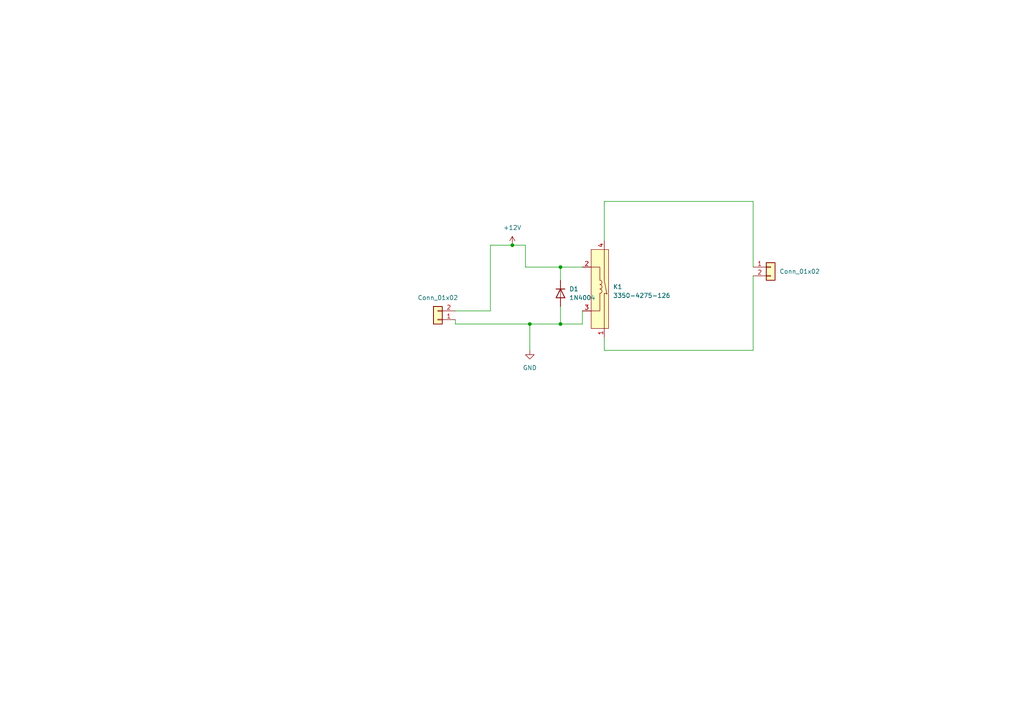
<source format=kicad_sch>
(kicad_sch (version 20230121) (generator eeschema)
  (paper "A4")
  (lib_symbols
    (symbol "Connector_Generic:Conn_01x02" (pin_names (offset 1.016) hide)
      (property "Reference" "J" (at 0 2.54 0))
      (property "Value" "Conn_01x02" (at 0 -5.08 0))
      (symbol "Conn_01x02_1_1"
        (rectangle (start -1.27 -2.413) (end 0 -2.667) (stroke (width 0.1524)))
        (rectangle (start -1.27 0.127) (end 0 -0.127) (stroke (width 0.1524)))
        (rectangle (start -1.27 1.27) (end 1.27 -3.81) (stroke (width 0.254)) (fill (type background)))
        (pin passive line (at -5.08 0 0) (length 3.81) (name "Pin_1") (number "1"))
        (pin passive line (at -5.08 -2.54 0) (length 3.81) (name "Pin_2") (number "2"))
      )
    )
    (symbol "Diode:1N4004" (pin_numbers hide) (pin_names hide)
      (property "Reference" "D" (at 0 2.54 0))
      (property "Value" "1N4004" (at 0 -2.54 0))
      (symbol "1N4004_0_1"
        (polyline (pts (xy -1.27 1.27) (xy -1.27 -1.27)) (stroke (width 0.254)))
        (polyline (pts (xy 1.27 0) (xy -1.27 0)))
        (polyline (pts (xy 1.27 1.27) (xy 1.27 -1.27) (xy -1.27 0) (xy 1.27 1.27)) (stroke (width 0.254)))
      )
      (symbol "1N4004_1_1"
        (pin passive line (at -3.81 0 0) (length 2.54) (name "K") (number "1"))
        (pin passive line (at 3.81 0 180) (length 2.54) (name "A") (number "2"))
      )
    )
    (symbol "UTFF_symbols:3350-4275-126" (pin_names hide)
      (property "Reference" "K" (at 0 0 0))
      (property "Value" "3350-4275-126" (at 0 -2.54 0))
      (symbol "3350-4275-126_0_1"
        (rectangle (start -11.43 -5.08) (end 11.43 -10.16) (fill (type background)))
        (arc (start -1.27 -7.62) (mid -1.905 -7.0042) (end -2.54 -7.62))
        (arc (start 0 -7.62) (mid -0.635 -6.9962) (end -1.27 -7.62))
        (polyline (pts (xy -2.54 -6.35) (xy 1.524 -5.588)))
        (polyline (pts (xy 1.27 -6.35) (xy 1.27 -5.461)))
        (polyline (pts (xy 11.43 -6.35) (xy 1.27 -6.35)))
        (polyline (pts (xy -11.43 -6.35) (xy -2.54 -6.35) (xy -2.54 -6.35)))
        (polyline (pts (xy -6.35 -10.16) (xy -6.35 -7.62) (xy -2.54 -7.62)))
        (polyline (pts (xy 1.27 -7.62) (xy 6.35 -7.62) (xy 6.35 -10.16)))
        (arc (start 1.27 -7.62) (mid 0.635 -7.0042) (end 0 -7.62))
      )
      (symbol "3350-4275-126_1_1"
        (pin passive line (at 13.97 -6.35 180) (length 2.54) (name "1") (number "1"))
        (pin passive line (at -6.35 -12.7 90) (length 2.54) (name "2") (number "2"))
        (pin passive line (at 6.35 -12.7 90) (length 2.54) (name "3") (number "3"))
        (pin passive line (at -13.97 -6.35 0) (length 2.54) (name "4") (number "4"))
      )
    )
    (symbol "power:+12V" (power) (pin_names (offset 0))
      (property "Value" "+12V" (at 0 3.556 0))
      (symbol "+12V_0_1"
        (polyline (pts (xy -0.762 1.27) (xy 0 2.54)))
        (polyline (pts (xy 0 0) (xy 0 2.54)))
        (polyline (pts (xy 0 2.54) (xy 0.762 1.27)))
      )
      (symbol "+12V_1_1"
        (pin power_in line (at 0 0 90) (length 0) hide (name "+12V") (number "1"))
      )
    )
    (symbol "power:GND" (power) (pin_names (offset 0))
      (property "Value" "GND" (at 0 -3.81 0))
      (symbol "GND_0_1"
        (polyline (pts (xy 0 0) (xy 0 -1.27) (xy 1.27 -1.27) (xy 0 -2.54) (xy -1.27 -1.27) (xy 0 -1.27)))
      )
      (symbol "GND_1_1"
        (pin power_in line (at 0 0 270) (length 0) hide (name "GND") (number "1"))
      )
    )
  )
  (junction (at 153.67 93.98))
  (junction (at 148.59 71.12))
  (junction (at 162.56 93.98))
  (junction (at 162.56 77.47))
  (wire (pts (xy 132.08 92.71) (xy 132.08 93.98)))
  (wire (pts (xy 142.24 71.12) (xy 142.24 90.17)))
  (wire (pts (xy 218.44 80.01) (xy 218.44 101.6)))
  (wire (pts (xy 153.67 93.98) (xy 153.67 101.6)))
  (wire (pts (xy 152.4 71.12) (xy 148.59 71.12)))
  (wire (pts (xy 175.26 58.42) (xy 218.44 58.42)))
  (wire (pts (xy 162.56 77.47) (xy 152.4 77.47)))
  (wire (pts (xy 175.26 101.6) (xy 218.44 101.6)))
  (wire (pts (xy 162.56 88.9) (xy 162.56 93.98)))
  (wire (pts (xy 132.08 90.17) (xy 142.24 90.17)))
  (wire (pts (xy 152.4 77.47) (xy 152.4 71.12)))
  (wire (pts (xy 162.56 77.47) (xy 162.56 81.28)))
  (wire (pts (xy 148.59 71.12) (xy 142.24 71.12)))
  (wire (pts (xy 175.26 97.79) (xy 175.26 101.6)))
  (wire (pts (xy 168.91 77.47) (xy 162.56 77.47)))
  (wire (pts (xy 218.44 58.42) (xy 218.44 77.47)))
  (wire (pts (xy 132.08 93.98) (xy 153.67 93.98)))
  (wire (pts (xy 162.56 93.98) (xy 168.91 93.98)))
  (wire (pts (xy 175.26 69.85) (xy 175.26 58.42)))
  (wire (pts (xy 153.67 93.98) (xy 162.56 93.98)))
  (wire (pts (xy 168.91 93.98) (xy 168.91 90.17)))
  (symbol (lib_id "power:+12V") (at 148.59 71.12 0) (unit 1)
    (property "Reference" "#PWR02" (effects hide))
    (property "Value" "+12V" (at 148.59 66.04 0))
  )
  (symbol (lib_id "Diode:1N4004") (at 162.56 85.09 270) (unit 1)
    (property "Reference" "D1" (at 165.1 83.82 90) (effects (justify left)))
    (property "Value" "1N4004" (at 165.1 86.36 90) (effects (justify left)))
    (property "Footprint" "Diode_THT:D_DO-41_SOD81_P10.16mm_Horizontal" (effects hide))
    (property "Datasheet" "http://www.vishay.com/docs/88503/1n4001.pdf" (effects hide))
    (property "Sim.Device" "D" (effects hide))
    (property "Sim.Pins" "1=K 2=A" (effects hide))
  )
  (symbol (lib_id "UTFF_symbols:3350-4275-126") (at 181.61 83.82 270) (unit 1)
    (property "Reference" "K1" (at 177.8 83.185 90) (effects (justify left)))
    (property "Value" "3350-4275-126" (at 177.8 85.725 90) (effects (justify left)))
    (property "Footprint" "UTFF_footprints:3350-xxxx-126" (effects hide))
  )
  (symbol (lib_id "Connector_Generic:Conn_01x02") (at 127 92.71 180) (unit 1)
    (property "Reference" "J3" (effects hide))
    (property "Value" "Conn_01x02" (at 127 86.36 0))
    (property "Footprint" "Connector_JST:JST_XA_B02B-XASK-1_1x02_P2.50mm_Vertical" (effects hide))
  )
  (symbol (lib_id "power:GND") (at 153.67 101.6 0) (unit 1)
    (property "Reference" "#PWR01" (effects hide))
    (property "Value" "GND" (at 153.67 106.68 0))
  )
  (symbol (lib_id "Connector_Generic:Conn_01x02") (at 223.52 77.47 0) (unit 1)
    (property "Reference" "J1" (effects hide))
    (property "Value" "Conn_01x02" (at 226.06 78.74 0) (effects (justify left)))
    (property "Footprint" "Connector_Molex:Molex_Mini-Fit_Jr_5569-02A1_2x01_P4.20mm_Horizontal" (effects hide))
  )
)
</source>
